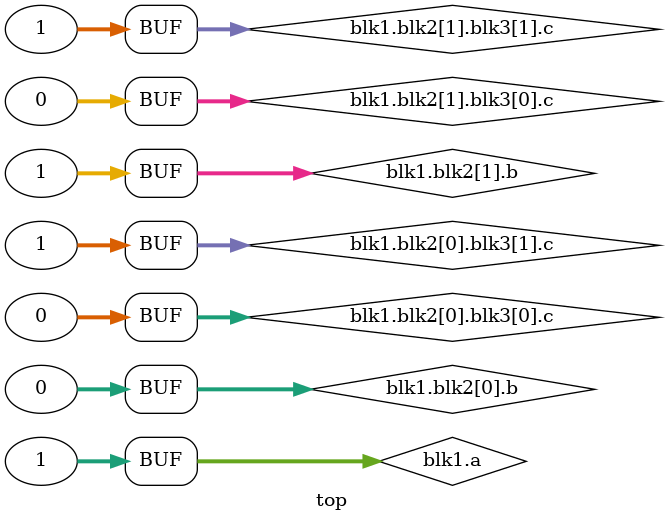
<source format=sv>
module top;
    genvar i, j;
    if (1) begin : blk1
        integer a = 1;
        for (i = 0; i < 2; i = i + 1) begin : blk2
            integer b = i;
            for (j = 0; j < 2; j = j + 1) begin : blk3
                integer c = j;
                localparam x = i;
                localparam y = j;
                always @* begin
                    assert (1 == a);
                    assert (1 == blk1.a);
                    assert (1 == top.blk1.a);
                    assert (i == b);
                    assert (i == blk2[i].b);
                    assert (i == blk1.blk2[i].b);
                    assert (i == top.blk1.blk2[i].b);
                    assert (i == blk2[x].b);
                    assert (i == blk1.blk2[x].b);
                    assert (i == top.blk1.blk2[x].b);
                    assert (j == c);
                    assert (j == blk3[j].c);
                    assert (j == blk2[x].blk3[j].c);
                    assert (j == blk1.blk2[x].blk3[j].c);
                    assert (j == top.blk1.blk2[x].blk3[j].c);
                    assert (j == c);
                    assert (j == blk3[y].c);
                    assert (j == blk2[x].blk3[y].c);
                    assert (j == blk1.blk2[x].blk3[y].c);
                    assert (j == top.blk1.blk2[x].blk3[y].c);
                    assert (j == top.blk1.blk2[x].blk3[y].c[0]);
                    assert (0 == top.blk1.blk2[x].blk3[y].c[1]);
                    assert (0 == top.blk1.blk2[x].blk3[y].c[j]);
                end
            end
            always @* begin
                assert (1 == a);
                assert (1 == blk1.a);
                assert (1 == top.blk1.a);
                assert (i == b);
                assert (i == blk2[i].b);
                assert (i == blk1.blk2[i].b);
                assert (i == top.blk1.blk2[i].b);
                assert (0 == blk3[0].c);
                assert (0 == blk2[i].blk3[0].c);
                assert (0 == blk1.blk2[i].blk3[0].c);
                assert (0 == top.blk1.blk2[i].blk3[0].c);
                assert (1 == blk3[1].c);
                assert (1 == blk2[i].blk3[1].c);
                assert (1 == blk1.blk2[i].blk3[1].c);
                assert (1 == top.blk1.blk2[i].blk3[1].c);
            end
        end
        always @* begin
            assert (1 == a);
            assert (1 == blk1.a);
            assert (1 == top.blk1.a);
            assert (0 == blk2[0].b);
            assert (0 == blk1.blk2[0].b);
            assert (0 == top.blk1.blk2[0].b);
            assert (1 == blk2[1].b);
            assert (1 == blk1.blk2[1].b);
            assert (1 == top.blk1.blk2[1].b);
            assert (0 == blk2[0].blk3[0].c);
            assert (0 == blk1.blk2[0].blk3[0].c);
            assert (0 == top.blk1.blk2[0].blk3[0].c);
            assert (1 == blk2[0].blk3[1].c);
            assert (1 == blk1.blk2[0].blk3[1].c);
            assert (1 == top.blk1.blk2[0].blk3[1].c);
            assert (0 == blk2[1].blk3[0].c);
            assert (0 == blk1.blk2[1].blk3[0].c);
            assert (0 == top.blk1.blk2[1].blk3[0].c);
            assert (1 == blk2[1].blk3[1].c);
            assert (1 == blk1.blk2[1].blk3[1].c);
            assert (1 == top.blk1.blk2[1].blk3[1].c);
        end
    end
    always @* begin
        assert (1 == blk1.a);
        assert (1 == top.blk1.a);
        assert (0 == blk1.blk2[0].b);
        assert (0 == top.blk1.blk2[0].b);
        assert (1 == blk1.blk2[1].b);
        assert (1 == top.blk1.blk2[1].b);
        assert (0 == blk1.blk2[0].blk3[0].c);
        assert (0 == top.blk1.blk2[0].blk3[0].c);
        assert (1 == blk1.blk2[0].blk3[1].c);
        assert (1 == top.blk1.blk2[0].blk3[1].c);
        assert (0 == blk1.blk2[1].blk3[0].c);
        assert (0 == top.blk1.blk2[1].blk3[0].c);
        assert (1 == blk1.blk2[1].blk3[1].c);
        assert (1 == top.blk1.blk2[1].blk3[1].c);
    end
endmodule

</source>
